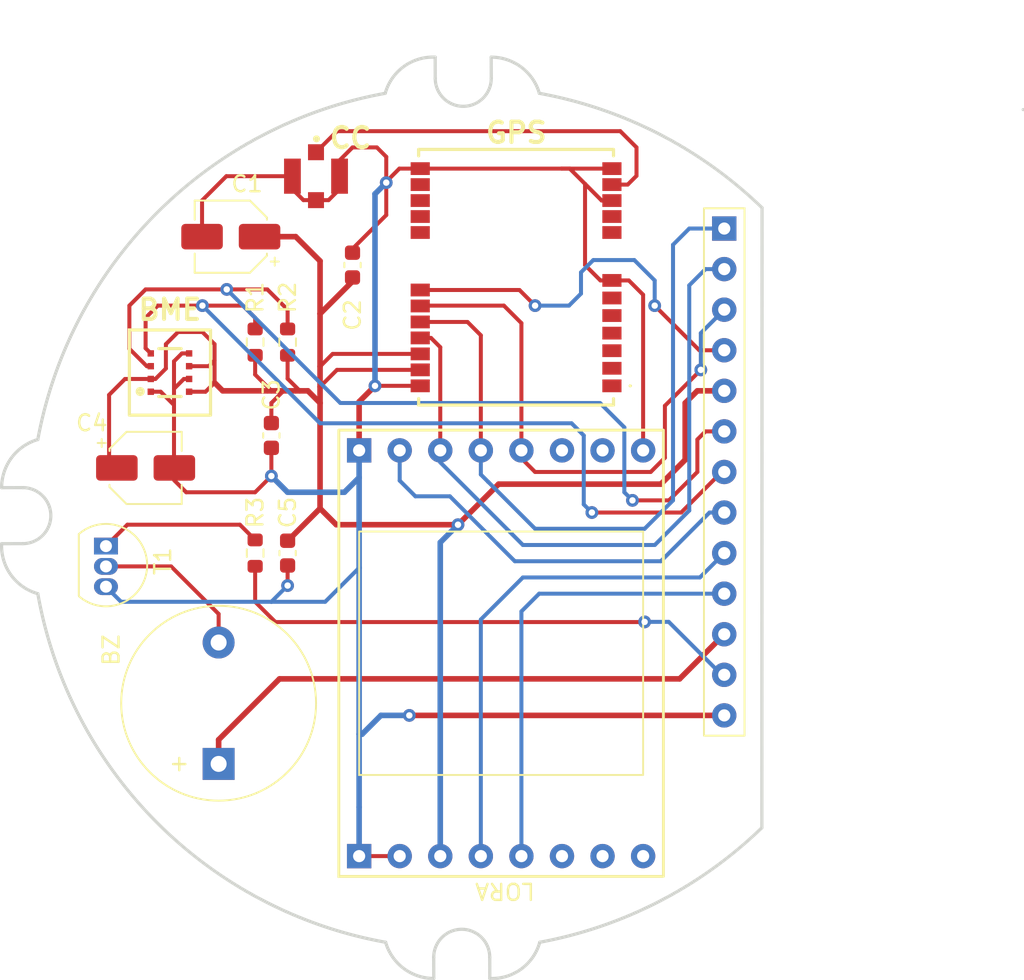
<source format=kicad_pcb>
(kicad_pcb (version 20211014) (generator pcbnew)
  (layers (0 "F.Cu" signal) (31 "B.Cu" signal) (34 "B.Paste" user) (35 "F.Paste" user) (36 "B.SilkS" user "B.Silkscreen") (37 "F.SilkS" user "F.Silkscreen") (38 "B.Mask" user) (39 "F.Mask" user) (44 "Edge.Cuts" user))
  (net 0 "")
  (net 1 "+5V")
  (net 2 "Net-(BZ1-Pad2)")
  (net 3 "SCL")
  (net 4 "MISO")
  (net 13 "Net-(IC2-Pad11)")
  (net 18 "GPS_CS")
  (net 19 "CLK")
  (net 20 "MOSI")
  (net 21 "Net-(Q1-Pad1)")
  (net 22 "BUZZER")
  (net 23 "LoRa_RST")
  (net 24 "LoRa_D0")
  (net 28 "LoRa_NSS")
  (net 31 "GND")
  (net 32 "SDA")
  (net 33 "+3.3V")
  (footprint "Cansat:Coaxial_Connector" (layer "F.Cu") (at 134.62 86.638 180)
    (fp_text reference "CC" (at -2.16 2.388) (layer "F.SilkS") (effects (font (size 1.27 1.27) (thickness 0.254))))
    (fp_text value "Coax_Connector" hide)
    (fp_circle (center -0.03 2.338) (end -0.03 2.355) (layer "F.SilkS") (width 0.2) (fill none))
    (pad "1" smd rect (at 0 1.5 270) (size 1 1) (layers "F.Cu" "F.Paste" "F.Mask") (net 13 "Net-(IC2-Pad11)"))
    (pad "2" smd rect (at 0 -1.5 270) (size 1 1) (layers "F.Cu" "F.Paste" "F.Mask") (net 31 "GND"))
    (pad "3" smd rect (at -1.475 0 180) (size 1.05 2.2) (layers "F.Cu" "F.Paste" "F.Mask") (net 31 "GND"))
    (pad "4" smd rect (at 1.475 0 180) (size 1.05 2.2) (layers "F.Cu" "F.Paste" "F.Mask") (net 31 "GND"))
  )
  (footprint "Capacitor_SMD:C_0603_1608Metric" (layer "F.Cu") (at 131.826 102.87 -90)
    (fp_text reference "C3" (at -2.54 0 90) (layer "F.SilkS"))
    (fp_text value "0.1μF")
    (fp_line (start -0.14058 0.51) (end 0.14058 0.51) (layer "F.SilkS") (width 0.12))
    (fp_line (start -0.14058 -0.51) (end 0.14058 -0.51) (layer "F.SilkS") (width 0.12))
    (pad "1" smd roundrect (at -0.775 0 270) (size 0.9 0.95) (layers "F.Cu" "F.Paste" "F.Mask") (net 33 "+3.3V"))
    (pad "2" smd roundrect (at 0.775 0 270) (size 0.9 0.95) (layers "F.Cu" "F.Paste" "F.Mask") (net 31 "GND"))
  )
  (footprint "Buzzer_Beeper:Buzzer_12x9.5RM7.6" (layer "F.Cu") (at 128.524 123.434 90)
    (fp_text reference "BZ" (at 7.134 -6.724 90) (layer "F.SilkS"))
    (fp_text value "Buzzer")
    (fp_text user "+" (at -0.01 -2.54 90) (layer "F.SilkS"))
    (fp_circle (center 3.8 0) (end 9.9 0) (layer "F.SilkS") (width 0.12) (fill none))
    (pad "1" thru_hole rect (at 0 0 90) (size 2 2) (drill 1) (layers *.Cu *.Mask) (net 1 "+5V"))
    (pad "2" thru_hole circle (at 7.6 0 90) (size 2 2) (drill 1) (layers *.Cu *.Mask) (net 2 "Net-(BZ1-Pad2)"))
  )
  (footprint "Package_TO_SOT_THT:TO-92L_Inline" (layer "F.Cu") (at 121.47 109.798 -90)
    (fp_text reference "T1" (at 0.946 -3.56 90) (layer "F.SilkS"))
    (fp_text value "TEMP (60-70)")
    (fp_line (start -0.75 1.7) (end 3.1 1.7) (layer "F.SilkS") (width 0.12))
    (fp_arc (start -0.75 1.7) (mid 1.183448 -2.579449) (end 3.138611 1.690122) (layer "F.SilkS") (width 0.12))
    (pad "1" thru_hole rect (at 0 0 270) (size 1.05 1.5) (drill 0.75) (layers *.Cu *.Mask) (net 21 "Net-(Q1-Pad1)"))
    (pad "2" thru_hole oval (at 1.27 0 270) (size 1.05 1.5) (drill 0.75) (layers *.Cu *.Mask) (net 2 "Net-(BZ1-Pad2)"))
    (pad "3" thru_hole oval (at 2.54 0 270) (size 1.05 1.5) (drill 0.75) (layers *.Cu *.Mask) (net 31 "GND"))
  )
  (footprint "Cansat:Board_Connector" (layer "F.Cu") (at 161.449 91.186 -90)
    (fp_text reference "REF**" hide)
    (fp_text value "Board_Connector")
    (fp_rect (start -2.54 0) (end 30.48 2.54) (layer "F.SilkS") (width 0.12) (fill none))
    (pad "1" thru_hole rect (at -1.27 1.27 270) (size 1.524 1.524) (drill 0.762) (layers *.Cu *.Mask) (net 4 "MISO"))
    (pad "2" thru_hole circle (at 1.27 1.27 270) (size 1.524 1.524) (drill 0.762) (layers *.Cu *.Mask) (net 20 "MOSI"))
    (pad "3" thru_hole circle (at 3.81 1.27 270) (size 1.524 1.524) (drill 0.762) (layers *.Cu *.Mask) (net 19 "CLK"))
    (pad "4" thru_hole circle (at 6.35 1.27 270) (size 1.524 1.524) (drill 0.762) (layers *.Cu *.Mask) (net 18 "GPS_CS"))
    (pad "5" thru_hole circle (at 8.89 1.27 270) (size 1.524 1.524) (drill 0.762) (layers *.Cu *.Mask) (net 33 "+3.3V"))
    (pad "6" thru_hole circle (at 11.43 1.27 270) (size 1.524 1.524) (drill 0.762) (layers *.Cu *.Mask) (net 32 "SDA"))
    (pad "7" thru_hole circle (at 13.97 1.27 270) (size 1.524 1.524) (drill 0.762) (layers *.Cu *.Mask) (net 3 "SCL"))
    (pad "8" thru_hole circle (at 16.51 1.27 270) (size 1.524 1.524) (drill 0.762) (layers *.Cu *.Mask) (net 28 "LoRa_NSS"))
    (pad "9" thru_hole circle (at 19.05 1.27 270) (size 1.524 1.524) (drill 0.762) (layers *.Cu *.Mask) (net 23 "LoRa_RST"))
    (pad "10" thru_hole circle (at 21.59 1.27 270) (size 1.524 1.524) (drill 0.762) (layers *.Cu *.Mask) (net 24 "LoRa_D0"))
    (pad "11" thru_hole circle (at 24.13 1.27 270) (size 1.524 1.524) (drill 0.762) (layers *.Cu *.Mask) (net 1 "+5V"))
    (pad "12" thru_hole circle (at 26.67 1.27 270) (size 1.524 1.524) (drill 0.762) (layers *.Cu *.Mask) (net 22 "BUZZER"))
    (pad "13" thru_hole circle (at 29.21 1.27 270) (size 1.524 1.524) (drill 0.762) (layers *.Cu *.Mask) (net 31 "GND"))
  )
  (footprint "Capacitor_SMD:C_0603_1608Metric" (layer "F.Cu") (at 136.906 92.202 90)
    (fp_text reference "C2" (at -3.128 0 90) (layer "F.SilkS"))
    (fp_text value "0.1μF")
    (fp_line (start -0.14058 0.51) (end 0.14058 0.51) (layer "F.SilkS") (width 0.12))
    (fp_line (start -0.14058 -0.51) (end 0.14058 -0.51) (layer "F.SilkS") (width 0.12))
    (pad "1" smd roundrect (at -0.775 0 90) (size 0.9 0.95) (layers "F.Cu" "F.Paste" "F.Mask") (net 33 "+3.3V"))
    (pad "2" smd roundrect (at 0.775 0 90) (size 0.9 0.95) (layers "F.Cu" "F.Paste" "F.Mask") (net 31 "GND"))
  )
  (footprint "Cansat:NEO-M8J" (layer "F.Cu") (at 147.146 92.964)
    (fp_text reference "GPS" (at 0.014 -9.044) (layer "F.SilkS") (effects (font (size 1.27 1.27) (thickness 0.254))))
    (fp_text value "NEO-M8J" hide)
    (fp_line (start 6.1 8) (end 6.1 7.6) (layer "F.SilkS") (width 0.2))
    (fp_line (start 7.2 6.8) (end 7.2 6.8) (layer "F.SilkS") (width 0.1))
    (fp_line (start 7.1 6.8) (end 7.1 6.8) (layer "F.SilkS") (width 0.1))
    (fp_line (start -6.1 8) (end 6.1 8) (layer "F.SilkS") (width 0.2))
    (fp_line (start 6.1 -7.6) (end 6.1 -8) (layer "F.SilkS") (width 0.2))
    (fp_line (start -6.1 7.6) (end -6.1 8) (layer "F.SilkS") (width 0.2))
    (fp_line (start -6.1 -8) (end -6.1 -7.6) (layer "F.SilkS") (width 0.2))
    (fp_line (start 6.1 -8) (end -6.1 -8) (layer "F.SilkS") (width 0.2))
    (fp_arc (start 7.2 6.8) (mid 7.15 6.85) (end 7.1 6.8) (layer "F.SilkS") (width 0.1))
    (fp_arc (start 7.1 6.8) (mid 7.15 6.75) (end 7.2 6.8) (layer "F.SilkS") (width 0.1))
    (pad "1" smd rect (at 6 6.8 90) (size 0.8 1.2) (layers "F.Cu" "F.Paste" "F.Mask"))
    (pad "2" smd rect (at 6 5.7 90) (size 0.8 1.2) (layers "F.Cu" "F.Paste" "F.Mask"))
    (pad "3" smd rect (at 6 4.6 90) (size 0.8 1.2) (layers "F.Cu" "F.Paste" "F.Mask"))
    (pad "4" smd rect (at 6 3.5 90) (size 0.8 1.2) (layers "F.Cu" "F.Paste" "F.Mask"))
    (pad "5" smd rect (at 6 2.4 90) (size 0.8 1.2) (layers "F.Cu" "F.Paste" "F.Mask"))
    (pad "6" smd rect (at 6 1.3 90) (size 0.8 1.2) (layers "F.Cu" "F.Paste" "F.Mask"))
    (pad "7" smd rect (at 6 0.2 90) (size 0.8 1.2) (layers "F.Cu" "F.Paste" "F.Mask") (net 31 "GND"))
    (pad "8" smd rect (at 6 -2.8 90) (size 0.8 1.2) (layers "F.Cu" "F.Paste" "F.Mask"))
    (pad "9" smd rect (at 6 -3.8 90) (size 0.8 1.2) (layers "F.Cu" "F.Paste" "F.Mask"))
    (pad "10" smd rect (at 6 -4.8 90) (size 0.8 1.2) (layers "F.Cu" "F.Paste" "F.Mask") (net 31 "GND"))
    (pad "11" smd rect (at 6 -5.8 90) (size 0.8 1.2) (layers "F.Cu" "F.Paste" "F.Mask") (net 13 "Net-(IC2-Pad11)"))
    (pad "12" smd rect (at 6 -6.8 90) (size 0.8 1.2) (layers "F.Cu" "F.Paste" "F.Mask") (net 31 "GND"))
    (pad "13" smd rect (at -6 -6.8 90) (size 0.8 1.2) (layers "F.Cu" "F.Paste" "F.Mask") (net 31 "GND"))
    (pad "14" smd rect (at -6 -5.8 90) (size 0.8 1.2) (layers "F.Cu" "F.Paste" "F.Mask"))
    (pad "15" smd rect (at -6 -4.8 90) (size 0.8 1.2) (layers "F.Cu" "F.Paste" "F.Mask"))
    (pad "16" smd rect (at -6 -3.8 90) (size 0.8 1.2) (layers "F.Cu" "F.Paste" "F.Mask"))
    (pad "17" smd rect (at -6 -2.8 90) (size 0.8 1.2) (layers "F.Cu" "F.Paste" "F.Mask"))
    (pad "18" smd rect (at -6 0.8 90) (size 0.8 1.2) (layers "F.Cu" "F.Paste" "F.Mask") (net 18 "GPS_CS"))
    (pad "19" smd rect (at -6 1.8 90) (size 0.8 1.2) (layers "F.Cu" "F.Paste" "F.Mask") (net 19 "CLK"))
    (pad "20" smd rect (at -6 2.8 90) (size 0.8 1.2) (layers "F.Cu" "F.Paste" "F.Mask") (net 4 "MISO"))
    (pad "21" smd rect (at -6 3.8 90) (size 0.8 1.2) (layers "F.Cu" "F.Paste" "F.Mask") (net 20 "MOSI"))
    (pad "22" smd rect (at -6 4.8 90) (size 0.8 1.2) (layers "F.Cu" "F.Paste" "F.Mask") (net 33 "+3.3V"))
    (pad "23" smd rect (at -6 5.8 90) (size 0.8 1.2) (layers "F.Cu" "F.Paste" "F.Mask") (net 33 "+3.3V"))
    (pad "24" smd rect (at -6 6.8 90) (size 0.8 1.2) (layers "F.Cu" "F.Paste" "F.Mask") (net 31 "GND"))
  )
  (footprint "Capacitor_SMD:CP_Elec_4x4.5" (layer "F.Cu") (at 129.286 90.424 180)
    (fp_text reference "C1" (at -1.016 3.302) (layer "F.SilkS"))
    (fp_text value "4.7μF")
    (fp_line (start -3 -1.56) (end -2.5 -1.56) (layer "F.SilkS") (width 0.12))
    (fp_line (start -2.26 -1.195563) (end -1.195563 -2.26) (layer "F.SilkS") (width 0.12))
    (fp_line (start -2.26 1.195563) (end -2.26 1.06) (layer "F.SilkS") (width 0.12))
    (fp_line (start -2.26 -1.195563) (end -2.26 -1.06) (layer "F.SilkS") (width 0.12))
    (fp_line (start -1.195563 -2.26) (end 2.26 -2.26) (layer "F.SilkS") (width 0.12))
    (fp_line (start 2.26 -2.26) (end 2.26 -1.06) (layer "F.SilkS") (width 0.12))
    (fp_line (start -2.26 1.195563) (end -1.195563 2.26) (layer "F.SilkS") (width 0.12))
    (fp_line (start -1.195563 2.26) (end 2.26 2.26) (layer "F.SilkS") (width 0.12))
    (fp_line (start -2.75 -1.81) (end -2.75 -1.31) (layer "F.SilkS") (width 0.12))
    (fp_line (start 2.26 2.26) (end 2.26 1.06) (layer "F.SilkS") (width 0.12))
    (pad "1" smd roundrect (at -1.8 0 180) (size 2.6 1.6) (layers "F.Cu" "F.Paste" "F.Mask") (roundrect_rratio 0.15625) (net 33 "+3.3V"))
    (pad "2" smd roundrect (at 1.8 0 180) (size 2.6 1.6) (layers "F.Cu" "F.Paste" "F.Mask") (roundrect_rratio 0.15625) (net 31 "GND"))
  )
  (footprint "Resistor_SMD:R_0603_1608Metric" (layer "F.Cu") (at 130.81 97.028 90)
    (fp_text reference "R1" (at 2.794 0 90) (layer "F.SilkS"))
    (fp_text value "4.7kΩ")
    (fp_line (start -0.237258 0.5225) (end 0.237258 0.5225) (layer "F.SilkS") (width 0.12))
    (fp_line (start -0.237258 -0.5225) (end 0.237258 -0.5225) (layer "F.SilkS") (width 0.12))
    (pad "1" smd roundrect (at -0.825 0 90) (size 0.8 0.95) (layers "F.Cu" "F.Paste" "F.Mask") (net 33 "+3.3V"))
    (pad "2" smd roundrect (at 0.825 0 90) (size 0.8 0.95) (layers "F.Cu" "F.Paste" "F.Mask") (net 3 "SCL"))
  )
  (footprint "Capacitor_SMD:C_0603_1608Metric" (layer "F.Cu") (at 132.842 110.236 -90)
    (fp_text reference "C5" (at -2.54 0 90) (layer "F.SilkS"))
    (fp_text value "0.1μF")
    (fp_line (start -0.14058 0.51) (end 0.14058 0.51) (layer "F.SilkS") (width 0.12))
    (fp_line (start -0.14058 -0.51) (end 0.14058 -0.51) (layer "F.SilkS") (width 0.12))
    (pad "1" smd roundrect (at -0.775 0 270) (size 0.9 0.95) (layers "F.Cu" "F.Paste" "F.Mask") (net 33 "+3.3V"))
    (pad "2" smd roundrect (at 0.775 0 270) (size 0.9 0.95) (layers "F.Cu" "F.Paste" "F.Mask") (net 31 "GND"))
  )
  (footprint "Capacitor_SMD:CP_Elec_4x4.5" (layer "F.Cu") (at 123.952 104.902)
    (fp_text reference "C4" (at -3.372 -2.812) (layer "F.SilkS"))
    (fp_text value "4.7μF")
    (fp_line (start -2.26 -1.195563) (end -1.195563 -2.26) (layer "F.SilkS") (width 0.12))
    (fp_line (start -3 -1.56) (end -2.5 -1.56) (layer "F.SilkS") (width 0.12))
    (fp_line (start 2.26 -2.26) (end 2.26 -1.06) (layer "F.SilkS") (width 0.12))
    (fp_line (start -2.75 -1.81) (end -2.75 -1.31) (layer "F.SilkS") (width 0.12))
    (fp_line (start -2.26 1.195563) (end -1.195563 2.26) (layer "F.SilkS") (width 0.12))
    (fp_line (start -1.195563 2.26) (end 2.26 2.26) (layer "F.SilkS") (width 0.12))
    (fp_line (start 2.26 2.26) (end 2.26 1.06) (layer "F.SilkS") (width 0.12))
    (fp_line (start -2.26 1.195563) (end -2.26 1.06) (layer "F.SilkS") (width 0.12))
    (fp_line (start -2.26 -1.195563) (end -2.26 -1.06) (layer "F.SilkS") (width 0.12))
    (fp_line (start -1.195563 -2.26) (end 2.26 -2.26) (layer "F.SilkS") (width 0.12))
    (pad "1" smd roundrect (at -1.8 0) (size 2.6 1.6) (layers "F.Cu" "F.Paste" "F.Mask") (roundrect_rratio 0.15625) (net 33 "+3.3V"))
    (pad "2" smd roundrect (at 1.8 0) (size 2.6 1.6) (layers "F.Cu" "F.Paste" "F.Mask") (roundrect_rratio 0.15625) (net 31 "GND"))
  )
  (footprint "Cansat:BME688" (layer "F.Cu") (at 125.476 98.933)
    (fp_text reference "BME" (at -0.006 -3.933 180) (layer "F.SilkS") (effects (font (size 1.27 1.27) (thickness 0.254))))
    (fp_text value "BME688" hide)
    (fp_line (start -0.7 -1.5) (end 0.7 -1.5) (layer "F.SilkS") (width 0.2))
    (fp_line (start -0.7 1.5) (end 0.7 1.5) (layer "F.SilkS") (width 0.2))
    (fp_circle (center -1.863 1.186) (end -1.863 1.215) (layer "F.SilkS") (width 0.254) (fill none))
    (pad "1" smd rect (at -1.2 1.2 90) (size 0.4 0.4) (layers "F.Cu" "F.Paste" "F.Mask") (net 31 "GND"))
    (pad "2" smd rect (at -1.2 0.4 90) (size 0.4 0.4) (layers "F.Cu" "F.Paste" "F.Mask") (net 33 "+3.3V"))
    (pad "3" smd rect (at -1.2 -0.4 90) (size 0.4 0.4) (layers "F.Cu" "F.Paste" "F.Mask") (net 32 "SDA"))
    (pad "4" smd rect (at -1.2 -1.2 90) (size 0.4 0.4) (layers "F.Cu" "F.Paste" "F.Mask") (net 3 "SCL"))
    (pad "5" smd rect (at 1.2 -1.2 90) (size 0.4 0.4) (layers "F.Cu" "F.Paste" "F.Mask") (net 31 "GND"))
    (pad "6" smd rect (at 1.2 -0.4 90) (size 0.4 0.4) (layers "F.Cu" "F.Paste" "F.Mask") (net 33 "+3.3V"))
    (pad "7" smd rect (at 1.2 0.4 90) (size 0.4 0.4) (layers "F.Cu" "F.Paste" "F.Mask") (net 31 "GND"))
    (pad "8" smd rect (at 1.2 1.2 90) (size 0.4 0.4) (layers "F.Cu" "F.Paste" "F.Mask") (net 33 "+3.3V"))
  )
  (footprint "Resistor_SMD:R_0603_1608Metric" (layer "F.Cu") (at 132.842 97.028 90)
    (fp_text reference "R2" (at 2.794 0 90) (layer "F.SilkS"))
    (fp_text value "4.7kΩ")
    (fp_line (start -0.237258 0.5225) (end 0.237258 0.5225) (layer "F.SilkS") (width 0.12))
    (fp_line (start -0.237258 -0.5225) (end 0.237258 -0.5225) (layer "F.SilkS") (width 0.12))
    (pad "1" smd roundrect (at -0.825 0 90) (size 0.8 0.95) (layers "F.Cu" "F.Paste" "F.Mask") (net 33 "+3.3V"))
    (pad "2" smd roundrect (at 0.825 0 90) (size 0.8 0.95) (layers "F.Cu" "F.Paste" "F.Mask") (net 32 "SDA"))
  )
  (footprint "Cansat:SX1728 LoRa Module" (layer "F.Cu") (at 136.05 130.476 90)
    (fp_text reference "LORA" (at -0.924 10.4 180 unlocked) (layer "F.SilkS"))
    (fp_text value "SX1728 LoRa")
    (fp_rect (start 0 0) (end 27.94 20.32) (layer "F.SilkS") (width 0.18) (fill none))
    (fp_rect (start 6.35 1.27) (end 21.59 19.05) (layer "F.SilkS") (width 0.12) (fill none))
    (pad "1" thru_hole rect (at 1.27 1.27 90) (size 1.524 1.524) (drill 0.762) (layers *.Cu *.Mask) (net 31 "GND"))
    (pad "2" thru_hole circle (at 1.27 3.81 90) (size 1.524 1.524) (drill 0.762) (layers *.Cu *.Mask) (net 31 "GND"))
    (pad "3" thru_hole circle (at 1.27 6.35 90) (size 1.524 1.524) (drill 0.762) (layers *.Cu *.Mask) (net 33 "+3.3V"))
    (pad "4" thru_hole circle (at 1.27 8.89 90) (size 1.524 1.524) (drill 0.762) (layers *.Cu *.Mask) (net 23 "LoRa_RST"))
    (pad "5" thru_hole circle (at 1.27 11.43 90) (size 1.524 1.524) (drill 0.762) (layers *.Cu *.Mask) (net 24 "LoRa_D0"))
    (pad "6" thru_hole circle (at 1.27 13.97 90) (size 1.524 1.524) (drill 0.762) (layers *.Cu *.Mask))
    (pad "7" thru_hole circle (at 1.27 16.51 90) (size 1.524 1.524) (drill 0.762) (layers *.Cu *.Mask))
    (pad "8" thru_hole circle (at 1.27 19.05 90) (size 1.524 1.524) (drill 0.762) (layers *.Cu *.Mask))
    (pad "9" thru_hole rect (at 26.67 1.27 90) (size 1.524 1.524) (drill 0.762) (layers *.Cu *.Mask) (net 31 "GND"))
    (pad "10" thru_hole circle (at 26.67 3.81 90) (size 1.524 1.524) (drill 0.762) (layers *.Cu *.Mask) (net 28 "LoRa_NSS"))
    (pad "11" thru_hole circle (at 26.67 6.35 90) (size 1.524 1.524) (drill 0.762) (layers *.Cu *.Mask) (net 20 "MOSI"))
    (pad "12" thru_hole circle (at 26.67 8.89 90) (size 1.524 1.524) (drill 0.762) (layers *.Cu *.Mask) (net 4 "MISO"))
    (pad "13" thru_hole circle (at 26.67 11.43 90) (size 1.524 1.524) (drill 0.762) (layers *.Cu *.Mask) (net 19 "CLK"))
    (pad "14" thru_hole circle (at 26.67 13.97 90) (size 1.524 1.524) (drill 0.762) (layers *.Cu *.Mask))
    (pad "15" thru_hole circle (at 26.67 16.51 90) (size 1.524 1.524) (drill 0.762) (layers *.Cu *.Mask))
    (pad "16" thru_hole circle (at 26.67 19.05 90) (size 1.524 1.524) (drill 0.762) (layers *.Cu *.Mask) (net 31 "GND"))
  )
  (footprint "Resistor_SMD:R_0603_1608Metric" (layer "F.Cu") (at 130.81 110.236 -90)
    (fp_text reference "R3" (at -2.54 0 90) (layer "F.SilkS"))
    (fp_text value "6.8kΩ")
    (fp_line (start -0.237258 -0.5225) (end 0.237258 -0.5225) (layer "F.SilkS") (width 0.12))
    (fp_line (start -0.237258 0.5225) (end 0.237258 0.5225) (layer "F.SilkS") (width 0.12))
    (pad "1" smd roundrect (at -0.825 0 270) (size 0.8 0.95) (layers "F.Cu" "F.Paste" "F.Mask") (net 21 "Net-(Q1-Pad1)"))
    (pad "2" smd roundrect (at 0.825 0 270) (size 0.8 0.95) (layers "F.Cu" "F.Paste" "F.Mask") (net 22 "BUZZER"))
  )
  (gr_rect (start 122.936 96.266) (end 128.016 101.6) (layer "F.SilkS") (width 0.2) (fill none))
  (gr_line (start 162.545972 88.616771) (end 162.533807 127.429999) (layer "Edge.Cuts") (width 0.2))
  (gr_arc (start 117.203807 112.774999) (mid 115.524283 111.607627) (end 114.939457 109.647642) (layer "Edge.Cuts") (width 0.2))
  (gr_arc (start 145.592614 80.509998) (mid 143.838799 82.263818) (end 142.084984 80.509998) (layer "Edge.Cuts") (width 0.2))
  (gr_arc (start 148.628807 134.599999) (mid 147.461435 136.279523) (end 145.50145 136.864349) (layer "Edge.Cuts") (width 0.2))
  (gr_arc (start 116.263806 106.136192) (mid 118.017626 107.890007) (end 116.263806 109.643822) (layer "Edge.Cuts") (width 0.2))
  (gr_arc (start 145.588794 79.185649) (mid 147.474872 79.813752) (end 148.603807 81.45) (layer "Edge.Cuts") (width 0.2))
  (gr_line (start 116.263806 109.643822) (end 114.939457 109.647642) (layer "Edge.Cuts") (width 0.2))
  (gr_arc (start 117.203807 103.124999) (mid 124.7 88.897) (end 138.953807 81.449999) (layer "Edge.Cuts") (width 0.2))
  (gr_line (start 145.592614 80.509998) (end 145.588794 79.185649) (layer "Edge.Cuts") (width 0.2))
  (gr_line (start 142.084984 80.509998) (end 142.081164 79.185649) (layer "Edge.Cuts") (width 0.2))
  (gr_arc (start 114.939457 106.140012) (mid 115.56756 104.253934) (end 117.203808 103.124999) (layer "Edge.Cuts") (width 0.2))
  (gr_line (start 116.263806 106.136192) (end 114.939457 106.140012) (layer "Edge.Cuts") (width 0.2))
  (gr_arc (start 148.603807 81.45) (mid 156.106079 84.000015) (end 162.545972 88.616771) (layer "Edge.Cuts") (width 0.2))
  (gr_arc (start 178.896 82.47) (mid 178.896 82.47) (end 178.896 82.47) (layer "Edge.Cuts") (width 0.1))
  (gr_arc (start 138.978807 134.599998) (mid 124.663416 127.107536) (end 117.203807 112.774999) (layer "Edge.Cuts") (width 0.2))
  (gr_arc (start 162.533807 127.429999) (mid 156.110442 132.041166) (end 148.628807 134.599999) (layer "Edge.Cuts") (width 0.2))
  (gr_arc (start 138.953807 81.449999) (mid 140.121179 79.770475) (end 142.081164 79.185649) (layer "Edge.Cuts") (width 0.2))
  (gr_arc (start 141.99382 136.864349) (mid 140.107742 136.236246) (end 138.978807 134.599998) (layer "Edge.Cuts") (width 0.2))
  (gr_arc (start 141.99 135.54) (mid 143.743815 133.78618) (end 145.49763 135.54) (layer "Edge.Cuts") (width 0.2))
  (gr_line (start 141.99 135.54) (end 141.99382 136.864349) (layer "Edge.Cuts") (width 0.2))
  (gr_line (start 145.49763 135.54) (end 145.50145 136.864349) (layer "Edge.Cuts") (width 0.2))
  (segment (start 128.524 121.92) (end 132.334 118.11) (width 0.35) (layer "F.Cu") (net 1))
  (segment (start 132.334 118.11) (end 157.385 118.11) (width 0.35) (layer "F.Cu") (net 1))
  (segment (start 128.524 123.434) (end 128.524 121.92) (width 0.35) (layer "F.Cu") (net 1))
  (segment (start 157.385 118.11) (end 160.179 115.316) (width 0.35) (layer "F.Cu") (net 1))
  (segment (start 125.546 111.068) (end 121.47 111.068) (width 0.25) (layer "F.Cu") (net 2))
  (segment (start 128.524 115.834) (end 128.524 114.046) (width 0.25) (layer "F.Cu") (net 2))
  (segment (start 128.524 114.046) (end 125.546 111.068) (width 0.25) (layer "F.Cu") (net 2))
  (segment (start 123.952 95.504) (end 123.952 97.409) (width 0.25) (layer "F.Cu") (net 3))
  (segment (start 157.48 107.696) (end 160.02 105.156) (width 0.25) (layer "F.Cu") (net 3))
  (segment (start 124.714 94.742) (end 123.952 95.504) (width 0.25) (layer "F.Cu") (net 3))
  (segment (start 130.81 96.203) (end 130.81 95.504) (width 0.25) (layer "F.Cu") (net 3))
  (segment (start 130.81 95.504) (end 130.048 94.742) (width 0.25) (layer "F.Cu") (net 3))
  (segment (start 151.892 107.696) (end 157.48 107.696) (width 0.25) (layer "F.Cu") (net 3))
  (segment (start 123.952 97.409) (end 124.276 97.733) (width 0.25) (layer "F.Cu") (net 3))
  (segment (start 130.048 94.742) (end 127.508 94.742) (width 0.25) (layer "F.Cu") (net 3))
  (segment (start 127.508 94.742) (end 124.714 94.742) (width 0.25) (layer "F.Cu") (net 3))
  (segment (start 160.02 105.156) (end 160.179 105.156) (width 0.25) (layer "F.Cu") (net 3))
  (via (at 127.508 94.742) (size 0.8) (drill 0.4) (layers "F.Cu" "B.Cu") (net 3))
  (via (at 151.892 107.696) (size 0.8) (drill 0.4) (layers "F.Cu" "B.Cu") (net 3))
  (segment (start 151.384 107.188) (end 151.384 102.87) (width 0.25) (layer "B.Cu") (net 3))
  (segment (start 134.874 102.108) (end 127.508 94.742) (width 0.25) (layer "B.Cu") (net 3))
  (segment (start 151.892 107.696) (end 151.384 107.188) (width 0.25) (layer "B.Cu") (net 3))
  (segment (start 151.384 102.87) (end 150.622 102.108) (width 0.25) (layer "B.Cu") (net 3))
  (segment (start 150.622 102.108) (end 134.874 102.108) (width 0.25) (layer "B.Cu") (net 3))
  (segment (start 144.104 95.764) (end 144.94 96.6) (width 0.25) (layer "F.Cu") (net 4))
  (segment (start 144.94 96.6) (end 144.94 103.806) (width 0.25) (layer "F.Cu") (net 4))
  (segment (start 141.146 95.764) (end 144.104 95.764) (width 0.25) (layer "F.Cu") (net 4))
  (segment (start 156.972 90.932) (end 157.988 89.916) (width 0.25) (layer "B.Cu") (net 4))
  (segment (start 144.94 105.316) (end 145.404 105.78) (width 0.25) (layer "B.Cu") (net 4))
  (segment (start 148.338792 108.712) (end 155.194 108.712) (width 0.25) (layer "B.Cu") (net 4))
  (segment (start 156.972 106.934) (end 156.972 90.932) (width 0.25) (layer "B.Cu") (net 4))
  (segment (start 155.194 108.712) (end 156.972 106.934) (width 0.25) (layer "B.Cu") (net 4))
  (segment (start 145.404 105.78) (end 145.406792 105.78) (width 0.25) (layer "B.Cu") (net 4))
  (segment (start 145.406792 105.78) (end 148.338792 108.712) (width 0.25) (layer "B.Cu") (net 4))
  (segment (start 144.94 103.806) (end 144.94 105.316) (width 0.25) (layer "B.Cu") (net 4))
  (segment (start 157.988 89.916) (end 160.179 89.916) (width 0.25) (layer "B.Cu") (net 4))
  (segment (start 153.67 83.82) (end 154.686 84.836) (width 0.25) (layer "F.Cu") (net 13))
  (segment (start 135.938 83.82) (end 153.67 83.82) (width 0.25) (layer "F.Cu") (net 13))
  (segment (start 134.62 85.138) (end 135.938 83.82) (width 0.25) (layer "F.Cu") (net 13))
  (segment (start 154.686 84.836) (end 154.686 86.614) (width 0.25) (layer "F.Cu") (net 13))
  (segment (start 154.136 87.164) (end 153.146 87.164) (width 0.25) (layer "F.Cu") (net 13))
  (segment (start 154.686 86.614) (end 154.136 87.164) (width 0.25) (layer "F.Cu") (net 13))
  (segment (start 158.6185 97.536) (end 160.179 97.536) (width 0.25) (layer "F.Cu") (net 18))
  (segment (start 141.146 93.764) (end 147.358 93.764) (width 0.25) (layer "F.Cu") (net 18))
  (segment (start 155.8245 94.742) (end 158.6185 97.536) (width 0.25) (layer "F.Cu") (net 18))
  (segment (start 147.358 93.764) (end 148.336 94.742) (width 0.25) (layer "F.Cu") (net 18))
  (segment (start 160.782 97.536) (end 160.179 97.536) (width 0.25) (layer "F.Cu") (net 18))
  (via (at 155.8245 94.742) (size 0.8) (drill 0.4) (layers "F.Cu" "B.Cu") (net 18))
  (via (at 148.336 94.742) (size 0.8) (drill 0.4) (layers "F.Cu" "B.Cu") (net 18))
  (segment (start 155.8245 94.742) (end 155.8245 93.1645) (width 0.25) (layer "B.Cu") (net 18))
  (segment (start 151.98 91.89) (end 151.21 92.66) (width 0.25) (layer "B.Cu") (net 18))
  (segment (start 151.21 93.99) (end 150.458 94.742) (width 0.25) (layer "B.Cu") (net 18))
  (segment (start 151.21 92.66) (end 151.21 93.99) (width 0.25) (layer "B.Cu") (net 18))
  (segment (start 155.8245 93.1645) (end 154.55 91.89) (width 0.25) (layer "B.Cu") (net 18))
  (segment (start 150.458 94.742) (end 148.336 94.742) (width 0.25) (layer "B.Cu") (net 18))
  (segment (start 154.55 91.89) (end 151.98 91.89) (width 0.25) (layer "B.Cu") (net 18))
  (segment (start 156.464 101.0125) (end 156.464 104.267) (width 0.25) (layer "F.Cu") (net 19))
  (segment (start 147.48 95.838) (end 147.48 103.806) (width 0.25) (layer "F.Cu") (net 19))
  (segment (start 146.384 94.742) (end 147.48 95.838) (width 0.25) (layer "F.Cu") (net 19))
  (segment (start 147.48 104.3) (end 147.48 103.806) (width 0.25) (layer "F.Cu") (net 19))
  (segment (start 155.575 105.156) (end 148.336 105.156) (width 0.25) (layer "F.Cu") (net 19))
  (segment (start 141.168 94.742) (end 146.384 94.742) (width 0.25) (layer "F.Cu") (net 19))
  (segment (start 156.464 104.267) (end 155.575 105.156) (width 0.25) (layer "F.Cu") (net 19))
  (segment (start 148.336 105.156) (end 147.48 104.3) (width 0.25) (layer "F.Cu") (net 19))
  (segment (start 141.146 94.764) (end 141.168 94.742) (width 0.25) (layer "F.Cu") (net 19))
  (segment (start 158.7125 98.764) (end 156.464 101.0125) (width 0.25) (layer "F.Cu") (net 19))
  (via (at 158.7125 98.764) (size 0.8) (drill 0.4) (layers "F.Cu" "B.Cu") (net 19))
  (segment (start 158.7125 98.764) (end 158.7125 96.4625) (width 0.25) (layer "B.Cu") (net 19))
  (segment (start 158.7125 96.4625) (end 160.179 94.996) (width 0.25) (layer "B.Cu") (net 19))
  (segment (start 141.819 96.764) (end 142.4 97.345) (width 0.25) (layer "F.Cu") (net 20))
  (segment (start 141.146 96.764) (end 141.819 96.764) (width 0.25) (layer "F.Cu") (net 20))
  (segment (start 142.4 97.345) (end 142.4 103.806) (width 0.25) (layer "F.Cu") (net 20))
  (segment (start 147.574 109.728) (end 155.830396 109.728) (width 0.25) (layer "B.Cu") (net 20))
  (segment (start 155.830396 109.728) (end 157.988 107.570396) (width 0.25) (layer "B.Cu") (net 20))
  (segment (start 142.4 104.554) (end 147.574 109.728) (width 0.25) (layer "B.Cu") (net 20))
  (segment (start 157.988 107.570396) (end 157.988 93.472) (width 0.25) (layer "B.Cu") (net 20))
  (segment (start 159.004 92.456) (end 160.179 92.456) (width 0.25) (layer "B.Cu") (net 20))
  (segment (start 142.4 103.806) (end 142.4 104.554) (width 0.25) (layer "B.Cu") (net 20))
  (segment (start 157.988 93.472) (end 159.004 92.456) (width 0.25) (layer "B.Cu") (net 20))
  (segment (start 121.47 109.798) (end 122.81 108.458) (width 0.25) (layer "F.Cu") (net 21))
  (segment (start 129.857 108.458) (end 130.81 109.411) (width 0.25) (layer "F.Cu") (net 21))
  (segment (start 122.81 108.458) (end 129.857 108.458) (width 0.25) (layer "F.Cu") (net 21))
  (segment (start 155.194 114.5415) (end 155.1815 114.554) (width 0.25) (layer "F.Cu") (net 22))
  (segment (start 130.81 113.284) (end 130.81 111.061) (width 0.25) (layer "F.Cu") (net 22))
  (segment (start 155.1815 114.554) (end 132.08 114.554) (width 0.25) (layer "F.Cu") (net 22))
  (segment (start 132.08 114.554) (end 130.81 113.284) (width 0.25) (layer "F.Cu") (net 22))
  (via (at 155.194 114.5415) (size 0.8) (drill 0.4) (layers "F.Cu" "B.Cu") (net 22))
  (segment (start 156.7055 114.5415) (end 160.02 117.856) (width 0.25) (layer "B.Cu") (net 22))
  (segment (start 160.02 117.856) (end 160.179 117.856) (width 0.25) (layer "B.Cu") (net 22))
  (segment (start 155.194 114.5415) (end 156.7055 114.5415) (width 0.25) (layer "B.Cu") (net 22))
  (segment (start 144.94 114.394) (end 147.574 111.76) (width 0.25) (layer "B.Cu") (net 23))
  (segment (start 158.655 111.76) (end 160.179 110.236) (width 0.25) (layer "B.Cu") (net 23))
  (segment (start 147.574 111.76) (end 158.655 111.76) (width 0.25) (layer "B.Cu") (net 23))
  (segment (start 144.94 129.206) (end 144.94 114.394) (width 0.25) (layer "B.Cu") (net 23))
  (segment (start 148.59 112.776) (end 160.179 112.776) (width 0.25) (layer "B.Cu") (net 24))
  (segment (start 147.48 113.886) (end 148.59 112.776) (width 0.25) (layer "B.Cu") (net 24))
  (segment (start 147.48 129.206) (end 147.48 113.886) (width 0.25) (layer "B.Cu") (net 24))
  (segment (start 156.21 110.744) (end 159.258 107.696) (width 0.25) (layer "B.Cu") (net 28))
  (segment (start 139.86 103.806) (end 139.86 105.697) (width 0.25) (layer "B.Cu") (net 28))
  (segment (start 143.002 106.68) (end 147.066 110.744) (width 0.25) (layer "B.Cu") (net 28))
  (segment (start 147.066 110.744) (end 156.21 110.744) (width 0.25) (layer "B.Cu") (net 28))
  (segment (start 140.843 106.68) (end 143.002 106.68) (width 0.25) (layer "B.Cu") (net 28))
  (segment (start 159.258 107.696) (end 160.179 107.696) (width 0.25) (layer "B.Cu") (net 28))
  (segment (start 139.86 105.697) (end 140.843 106.68) (width 0.25) (layer "B.Cu") (net 28))
  (segment (start 136.095 85.647) (end 136.906 84.836) (width 0.25) (layer "F.Cu") (net 31))
  (segment (start 131.826 103.645) (end 131.826 105.41) (width 0.25) (layer "F.Cu") (net 31))
  (segment (start 137.32 129.206) (end 139.86 129.206) (width 0.25) (layer "F.Cu") (net 31))
  (segment (start 139.018 87.042) (end 139.018 89.074) (width 0.25) (layer "F.Cu") (net 31))
  (segment (start 126.226 97.733) (end 125.73 98.229) (width 0.25) (layer "F.Cu") (net 31))
  (segment (start 130.81 106.426) (end 126.492 106.426) (width 0.25) (layer "F.Cu") (net 31))
  (segment (start 137.32 103.806) (end 137.32 100.758) (width 0.35) (layer "F.Cu") (net 31))
  (segment (start 125.752 105.686) (end 125.752 104.902) (width 0.25) (layer "F.Cu") (net 31))
  (segment (start 136.906 84.836) (end 138.43 84.836) (width 0.25) (layer "F.Cu") (net 31))
  (segment (start 153.146 86.164) (end 149.998 86.164) (width 0.25) (layer "F.Cu") (net 31))
  (segment (start 153.146 93.164) (end 152.426 93.164) (width 0.25) (layer "F.Cu") (net 31))
  (segment (start 133.145 86.638) (end 133.145 87.449) (width 0.25) (layer "F.Cu") (net 31))
  (segment (start 136.095 86.638) (end 136.095 85.647) (width 0.25) (layer "F.Cu") (net 31))
  (segment (start 135.406 88.138) (end 134.62 88.138) (width 0.25) (layer "F.Cu") (net 31))
  (segment (start 125.73 100.838) (end 125.73 100.965) (width 0.25) (layer "F.Cu") (net 31))
  (segment (start 131.826 105.41) (end 130.81 106.426) (width 0.25) (layer "F.Cu") (net 31))
  (segment (start 152.506 88.164) (end 151.464 87.122) (width 0.25) (layer "F.Cu") (net 31))
  (segment (start 133.834 88.138) (end 134.62 88.138) (width 0.25) (layer "F.Cu") (net 31))
  (segment (start 125.73 104.88) (end 125.73 100.838) (width 0.25) (layer "F.Cu") (net 31))
  (segment (start 125.73 98.229) (end 125.73 99.949) (width 0.25) (layer "F.Cu") (net 31))
  (segment (start 139.018 86.984) (end 139.838 86.164) (width 0.25) (layer "F.Cu") (net 31))
  (segment (start 137.32 100.758) (end 138.314 99.764) (width 0.35) (layer "F.Cu") (net 31))
  (segment (start 149.998 86.164) (end 141.146 86.164) (width 0.25) (layer "F.Cu") (net 31))
  (segment (start 152.426 93.164) (end 151.464 92.202) (width 0.25) (layer "F.Cu") (net 31))
  (segment (start 126.492 106.426) (end 125.752 105.686) (width 0.25) (layer "F.Cu") (net 31))
  (segment (start 155.1 103.806) (end 155.1 94.06) (width 0.25) (layer "F.Cu") (net 31))
  (segment (start 136.906 91.186) (end 136.906 91.427) (width 0.25) (layer "F.Cu") (net 31))
  (segment (start 139.018 85.424) (end 139.018 87.042) (width 0.25) (layer "F.Cu") (net 31))
  (segment (start 151.464 92.202) (end 151.464 87.122) (width 0.25) (layer "F.Cu") (net 31))
  (segment (start 139.018 89.074) (end 136.906 91.186) (width 0.25) (layer "F.Cu") (net 31))
  (segment (start 126.676 97.733) (end 126.226 97.733) (width 0.25) (layer "F.Cu") (net 31))
  (segment (start 151.464 87.122) (end 150.506 86.164) (width 0.25) (layer "F.Cu") (net 31))
  (segment (start 129.008 86.638) (end 133.145 86.638) (width 0.25) (layer "F.Cu") (net 31))
  (segment (start 132.842 111.011) (end 132.842 112.268) (width 0.25) (layer "F.Cu") (net 31))
  (segment (start 136.095 87.449) (end 135.406 88.138) (width 0.25) (layer "F.Cu") (net 31))
  (segment (start 139.838 86.164) (end 141.146 86.164) (width 0.25) (layer "F.Cu") (net 31))
  (segment (start 138.314 99.764) (end 141.146 99.764) (width 0.25) (layer "F.Cu") (net 31))
  (segment (start 126.346 99.333) (end 125.73 99.949) (width 0.25) (layer "F.Cu") (net 31))
  (segment (start 150.506 86.164) (end 149.998 86.164) (width 0.25) (layer "F.Cu") (net 31))
  (segment (start 155.1 94.06) (end 154.204 93.164) (width 0.25) (layer "F.Cu") (net 31))
  (segment (start 154.204 93.164) (end 153.146 93.164) (width 0.25) (layer "F.Cu") (net 31))
  (segment (start 124.276 100.133) (end 124.898 100.133) (width 0.25) (layer "F.Cu") (net 31))
  (segment (start 133.145 87.449) (end 133.834 88.138) (width 0.25) (layer "F.Cu") (net 31))
  (segment (start 126.676 99.333) (end 126.346 99.333) (width 0.25) (layer "F.Cu") (net 31))
  (segment (start 125.73 99.949) (end 125.73 100.838) (width 0.25) (layer "F.Cu") (net 31))
  (segment (start 136.095 86.638) (end 136.095 87.449) (width 0.25) (layer "F.Cu") (net 31))
  (segment (start 138.43 84.836) (end 139.018 85.424) (width 0.25) (layer "F.Cu") (net 31))
  (segment (start 153.146 88.164) (end 152.506 88.164) (width 0.25) (layer "F.Cu") (net 31))
  (segment (start 127.486 88.16) (end 129.008 86.638) (width 0.25) (layer "F.Cu") (net 31))
  (segment (start 127.486 90.424) (end 127.486 88.16) (width 0.25) (layer "F.Cu") (net 31))
  (segment (start 124.898 100.133) (end 125.73 100.965) (width 0.25) (layer "F.Cu") (net 31))
  (segment (start 125.752 104.902) (end 125.73 104.88) (width 0.25) (layer "F.Cu") (net 31))
  (segment (start 140.462 120.396) (end 160.179 120.396) (width 0.35) (layer "F.Cu") (net 31))
  (segment (start 139.018 87.042) (end 139.018 86.984) (width 0.25) (layer "F.Cu") (net 31))
  (via (at 132.842 112.268) (size 0.8) (drill 0.4) (layers "F.Cu" "B.Cu") (net 31))
  (via (at 131.826 105.41) (size 0.8) (drill 0.4) (layers "F.Cu" "B.Cu") (net 31))
  (via (at 139.018 87.042) (size 0.8) (drill 0.4) (layers "F.Cu" "B.Cu") (net 31))
  (via (at 138.314 99.764) (size 0.8) (drill 0.4) (layers "F.Cu" "B.Cu") (net 31))
  (via (at 140.462 120.396) (size 0.8) (drill 0.4) (layers "F.Cu" "B.Cu") (net 31))
  (segment (start 137.32 121.572) (end 137.32 111.158) (width 0.35) (layer "B.Cu") (net 31))
  (segment (start 137.508 121.572) (end 137.32 121.572) (width 0.35) (layer "B.Cu") (net 31))
  (segment (start 137.32 129.206) (end 137.32 126.144) (width 0.35) (layer "B.Cu") (net 31))
  (segment (start 140.462 120.396) (end 138.684 120.396) (width 0.35) (layer "B.Cu") (net 31))
  (segment (start 135.194 113.284) (end 137.32 111.158) (width 0.25) (layer "B.Cu") (net 31))
  (segment (start 137.32 111.158) (end 137.32 105.504) (width 0.35) (layer "B.Cu") (net 31))
  (segment (start 138.314 87.746) (end 138.314 99.764) (width 0.35) (layer "B.Cu") (net 31))
  (segment (start 131.826 105.41) (end 132.842 106.426) (width 0.35) (layer "B.Cu") (net 31))
  (segment (start 122.416 113.284) (end 131.826 113.284) (width 0.25) (layer "B.Cu") (net 31))
  (segment (start 137.32 105.504) (end 137.32 103.806) (width 0.35) (layer "B.Cu") (net 31))
  (segment (start 131.826 113.284) (end 135.194 113.284) (width 0.25) (layer "B.Cu") (net 31))
  (segment (start 137.32 128.618) (end 137.32 129.206) (width 0.25) (layer "B.Cu") (net 31))
  (segment (start 131.826 113.284) (end 132.842 112.268) (width 0.25) (layer "B.Cu") (net 31))
  (segment (start 138.684 120.396) (end 137.508 121.572) (width 0.35) (layer "B.Cu") (net 31))
  (segment (start 121.47 112.338) (end 122.416 113.284) (width 0.25) (layer "B.Cu") (net 31))
  (segment (start 136.398 106.426) (end 137.32 105.504) (width 0.35) (layer "B.Cu") (net 31))
  (segment (start 137.32 126.144) (end 137.32 121.572) (width 0.35) (layer "B.Cu") (net 31))
  (segment (start 139.018 87.042) (end 138.314 87.746) (width 0.35) (layer "B.Cu") (net 31))
  (segment (start 132.842 106.426) (end 136.398 106.426) (width 0.35) (layer "B.Cu") (net 31))
  (segment (start 122.936 94.742) (end 122.936 97.443) (width 0.25) (layer "F.Cu") (net 32))
  (segment (start 132.842 94.996) (end 131.572 93.726) (width 0.25) (layer "F.Cu") (net 32))
  (segment (start 158.496 103.124) (end 159.004 102.616) (width 0.25) (layer "F.Cu") (net 32))
  (segment (start 123.952 93.726) (end 122.936 94.742) (width 0.25) (layer "F.Cu") (net 32))
  (segment (start 154.432 106.934) (end 156.718 106.934) (width 0.25) (layer "F.Cu") (net 32))
  (segment (start 122.936 97.443) (end 124.026 98.533) (width 0.25) (layer "F.Cu") (net 32))
  (segment (start 159.004 102.616) (end 160.179 102.616) (width 0.25) (layer "F.Cu") (net 32))
  (segment (start 124.026 98.533) (end 124.276 98.533) (width 0.25) (layer "F.Cu") (net 32))
  (segment (start 158.496 105.156) (end 158.496 103.124) (width 0.25) (layer "F.Cu") (net 32))
  (segment (start 131.572 93.726) (end 129.032 93.726) (width 0.25) (layer "F.Cu") (net 32))
  (segment (start 132.842 96.203) (end 132.842 94.996) (width 0.25) (layer "F.Cu") (net 32))
  (segment (start 129.032 93.726) (end 123.952 93.726) (width 0.25) (layer "F.Cu") (net 32))
  (segment (start 156.718 106.934) (end 158.496 105.156) (width 0.25) (layer "F.Cu") (net 32))
  (via (at 129.032 93.726) (size 0.8) (drill 0.4) (layers "F.Cu" "B.Cu") (net 32))
  (via (at 154.432 106.934) (size 0.8) (drill 0.4) (layers "F.Cu" "B.Cu") (net 32))
  (segment (start 153.924 102.362) (end 152.4 100.838) (width 0.25) (layer "B.Cu") (net 32))
  (segment (start 153.924 106.426) (end 153.924 102.362) (width 0.25) (layer "B.Cu") (net 32))
  (segment (start 136.144 100.838) (end 129.032 93.726) (width 0.25) (layer "B.Cu") (net 32))
  (segment (start 152.4 100.838) (end 136.144 100.838) (width 0.25) (layer "B.Cu") (net 32))
  (segment (start 154.432 106.934) (end 153.924 106.426) (width 0.25) (layer "B.Cu") (net 32))
  (segment (start 125.984 96.393) (end 127.508 96.393) (width 0.25) (layer "F.Cu") (net 33))
  (segment (start 134.874 98.552) (end 134.874 95.25) (width 0.35) (layer "F.Cu") (net 33))
  (segment (start 146.05 105.918) (end 156.21 105.918) (width 0.35) (layer "F.Cu") (net 33))
  (segment (start 135.932 98.764) (end 134.874 99.822) (width 0.25) (layer "F.Cu") (net 33))
  (segment (start 141.146 98.764) (end 135.932 98.764) (width 0.25) (layer "F.Cu") (net 33))
  (segment (start 135.662 97.764) (end 134.874 98.552) (width 0.25) (layer "F.Cu") (net 33))
  (segment (start 121.666 100.33) (end 121.666 104.416) (width 0.25) (layer "F.Cu") (net 33))
  (segment (start 134.874 95.25) (end 134.874 91.948) (width 0.35) (layer "F.Cu") (net 33))
  (segment (start 134.874 95.25) (end 136.906 93.218) (width 0.35) (layer "F.Cu") (net 33))
  (segment (start 128.778 100.076) (end 131.572 100.076) (width 0.35) (layer "F.Cu") (net 33))
  (segment (start 126.676 98.533) (end 127.908 98.533) (width 0.25) (layer "F.Cu") (net 33))
  (segment (start 134.112 100.076) (end 134.874 100.838) (width 0.35) (layer "F.Cu") (net 33))
  (segment (start 143.51 108.458) (end 135.89 108.458) (width 0.35) (layer "F.Cu") (net 33))
  (segment (start 127.705 100.133) (end 126.676 100.133) (width 0.25) (layer "F.Cu") (net 33))
  (segment (start 133.35 100.076) (end 133.604 100.076) (width 0.35) (layer "F.Cu") (net 33))
  (segment (start 141.146 97.764) (end 135.662 97.764) (width 0.25) (layer "F.Cu") (net 33))
  (segment (start 130.81 99.06) (end 131.826 100.076) (width 0.25) (layer "F.Cu") (net 33))
  (segment (start 134.874 99.822) (end 134.874 100.838) (width 0.35) (layer "F.Cu") (net 33))
  (segment (start 124.276 99.333) (end 122.663 99.333) (width 0.25) (layer "F.Cu") (net 33))
  (segment (start 158.496 100.076) (end 160.179 100.076) (width 0.35) (layer "F.Cu") (net 33))
  (segment (start 157.734 100.838) (end 158.496 100.076) (width 0.35) (layer "F.Cu") (net 33))
  (segment (start 128.27 97.155) (end 128.27 98.171) (width 0.25) (layer "F.Cu") (net 33))
  (segment (start 130.81 97.853) (end 130.81 99.06) (width 0.25) (layer "F.Cu") (net 33))
  (segment (start 122.663 99.333) (end 121.666 100.33) (width 0.25) (layer "F.Cu") (net 33))
  (segment (start 132.842 97.853) (end 132.842 99.314) (width 0.25) (layer "F.Cu") (net 33))
  (segment (start 128.27 99.568) (end 128.27 98.171) (width 0.25) (layer "F.Cu") (net 33))
  (segment (start 133.35 90.424) (end 131.086 90.424) (width 0.35) (layer "F.Cu") (net 33))
  (segment (start 124.568 99.333) (end 125.222 98.679) (width 0.25) (layer "F.Cu") (net 33))
  (segment (start 128.27 99.568) (end 127.705 100.133) (width 0.25) (layer "F.Cu") (net 33))
  (segment (start 133.604 100.076) (end 134.112 100.076) (width 0.35) (layer "F.Cu") (net 33))
  (segment (start 132.842 99.314) (end 133.604 100.076) (width 0.25) (layer "F.Cu") (net 33))
  (segment (start 136.906 93.218) (end 136.906 92.977) (width 0.35) (layer "F.Cu") (net 33))
  (segment (start 125.222 98.679) (end 125.222 97.155) (width 0.25) (layer "F.Cu") (net 33))
  (segment (start 132.855 109.461) (end 132.842 109.461) (width 0.35) (layer "F.Cu") (net 33))
  (segment (start 124.276 99.333) (end 124.568 99.333) (width 0.25) (layer "F.Cu") (net 33))
  (segment (start 127.508 96.393) (end 128.27 97.155) (width 0.25) (layer "F.Cu") (net 33))
  (segment (start 131.826 100.838) (end 132.588 100.076) (width 0.25) (layer "F.Cu") (net 33))
  (segment (start 131.826 100.076) (end 132.588 100.076) (width 0.35) (layer "F.Cu") (net 33))
  (segment (start 134.874 100.838) (end 134.874 107.442) (width 0.35) (layer "F.Cu") (net 33))
  (segment (start 128.27 99.568) (end 128.778 100.076) (width 0.35) (layer "F.Cu") (net 33))
  (segment (start 131.572 100.076) (end 131.826 100.076) (width 0.35) (layer "F.Cu") (net 33))
  (segment (start 134.874 107.442) (end 132.855 109.461) (width 0.35) (layer "F.Cu") (net 33))
  (segment (start 157.734 104.394) (end 157.734 100.838) (width 0.35) (layer "F.Cu") (net 33))
  (segment (start 131.826 102.095) (end 131.826 100.838) (width 0.25) (layer "F.Cu") (net 33))
  (segment (start 125.222 97.155) (end 125.984 96.393) (width 0.25) (layer "F.Cu") (net 33))
  (segment (start 135.89 108.458) (end 134.874 107.442) (width 0.35) (layer "F.Cu") (net 33))
  (segment (start 156.21 105.918) (end 157.734 104.394) (width 0.35) (layer "F.Cu") (net 33))
  (segment (start 143.51 108.458) (end 146.05 105.918) (width 0.35) (layer "F.Cu") (net 33))
  (segment (start 134.874 91.948) (end 133.35 90.424) (width 0.35) (layer "F.Cu") (net 33))
  (segment (start 132.588 100.076) (end 133.35 100.076) (width 0.35) (layer "F.Cu") (net 33))
  (segment (start 121.666 104.416) (end 122.152 104.902) (width 0.25) (layer "F.Cu") (net 33))
  (segment (start 127.908 98.533) (end 128.27 98.171) (width 0.25) (layer "F.Cu") (net 33))
  (segment (start 134.874 98.552) (end 134.874 99.822) (width 0.35) (layer "F.Cu") (net 33))
  (via (at 143.51 108.458) (size 0.8) (drill 0.4) (layers "F.Cu" "B.Cu") (net 33))
  (segment (start 142.4 109.568) (end 142.4 129.206) (width 0.35) (layer "B.Cu") (net 33))
  (segment (start 143.51 108.458) (end 142.4 109.568) (width 0.35) (layer "B.Cu") (net 33))
)
</source>
